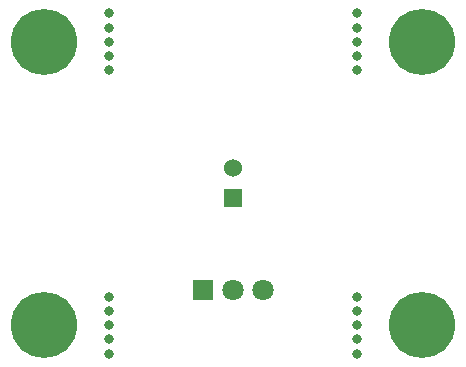
<source format=gbr>
%TF.GenerationSoftware,Altium Limited,Altium Designer,23.6.0 (18)*%
G04 Layer_Color=255*
%FSLAX45Y45*%
%MOMM*%
%TF.SameCoordinates,57B8E715-CDE8-4F81-9698-3B096703D57B*%
%TF.FilePolarity,Positive*%
%TF.FileFunction,Pads,Bot*%
%TF.Part,Single*%
G01*
G75*
%TA.AperFunction,ComponentPad*%
%ADD19R,1.80000X1.80000*%
%ADD20C,1.80000*%
%ADD21C,1.52400*%
%ADD22R,1.52400X1.52400*%
%TA.AperFunction,WasherPad*%
%ADD23C,0.80000*%
%TA.AperFunction,ViaPad*%
%ADD24C,5.60000*%
D19*
X-254000Y600000D02*
D03*
D20*
X0D02*
D03*
X254000D02*
D03*
D21*
X0Y1627000D02*
D03*
D22*
Y1373000D02*
D03*
D23*
X1050042Y2939997D02*
D03*
Y2819997D02*
D03*
Y2699997D02*
D03*
Y2579997D02*
D03*
Y2459997D02*
D03*
X-1049958Y2940000D02*
D03*
Y2820000D02*
D03*
Y2700000D02*
D03*
Y2580000D02*
D03*
Y2460000D02*
D03*
X1050000Y540000D02*
D03*
Y420000D02*
D03*
Y300000D02*
D03*
Y180000D02*
D03*
Y60000D02*
D03*
X-1050000D02*
D03*
Y180000D02*
D03*
Y300000D02*
D03*
Y420000D02*
D03*
Y540000D02*
D03*
D24*
X1600040Y2699998D02*
D03*
X-1599957Y2700000D02*
D03*
X1599999Y300001D02*
D03*
X-1600000Y300000D02*
D03*
%TF.MD5,39b842024071ec4e9cd4d6a973b46206*%
M02*

</source>
